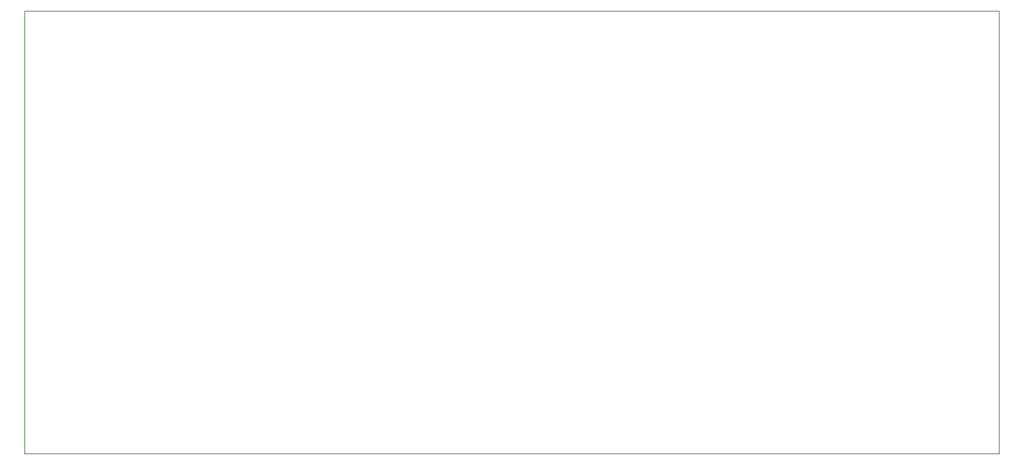
<source format=gbr>
%TF.GenerationSoftware,KiCad,Pcbnew,5.1.4+dfsg1-1~bpo10+1*%
%TF.CreationDate,2019-11-24T20:42:52+01:00*%
%TF.ProjectId,RF-AMP-CNTLR_V1,52462d41-4d50-42d4-934e-544c525f5631,rev?*%
%TF.SameCoordinates,Original*%
%TF.FileFunction,Profile,NP*%
%FSLAX46Y46*%
G04 Gerber Fmt 4.6, Leading zero omitted, Abs format (unit mm)*
G04 Created by KiCad (PCBNEW 5.1.4+dfsg1-1~bpo10+1) date 2019-11-24 20:42:52*
%MOMM*%
%LPD*%
G04 APERTURE LIST*
%ADD10C,0.150000*%
G04 APERTURE END LIST*
D10*
X240000000Y-150000000D02*
X240000000Y-50000000D01*
X20000000Y-50000000D02*
X240000000Y-50000000D01*
X20000000Y-150000000D02*
X240000000Y-150000000D01*
X20000000Y-50000000D02*
X20000000Y-150000000D01*
M02*

</source>
